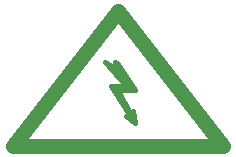
<source format=gbr>
%TF.GenerationSoftware,KiCad,Pcbnew,(5.1.4)-1*%
%TF.CreationDate,2020-09-17T17:05:27-05:00*%
%TF.ProjectId,mAcTX_Quadra_840av,6d416354-585f-4517-9561-6472615f3834,rev?*%
%TF.SameCoordinates,Original*%
%TF.FileFunction,Legend,Bot*%
%TF.FilePolarity,Positive*%
%FSLAX46Y46*%
G04 Gerber Fmt 4.6, Leading zero omitted, Abs format (unit mm)*
G04 Created by KiCad (PCBNEW (5.1.4)-1) date 2020-09-17 17:05:27*
%MOMM*%
%LPD*%
G04 APERTURE LIST*
%ADD10C,0.381000*%
%ADD11C,1.270000*%
G04 APERTURE END LIST*
D10*
%TO.C,REF\002A\002A*%
X87973000Y-96147000D02*
X88100000Y-95639000D01*
X86830000Y-93861000D02*
X87973000Y-96147000D01*
X88227000Y-93861000D02*
X86830000Y-93861000D01*
X86703000Y-91575000D02*
X88227000Y-93861000D01*
X86449000Y-91956000D02*
X86576000Y-91448000D01*
X85687000Y-91448000D02*
X86449000Y-91956000D01*
X87465000Y-93480000D02*
X85687000Y-91448000D01*
X86195000Y-93480000D02*
X87465000Y-93480000D01*
X87973000Y-96274000D02*
X86195000Y-93480000D01*
X87465000Y-96020000D02*
X87973000Y-96274000D01*
X88227000Y-96655000D02*
X87465000Y-96020000D01*
X88100000Y-95639000D02*
X88227000Y-96655000D01*
X87846000Y-93734000D02*
X86576000Y-93734000D01*
X86449000Y-91829000D02*
X87846000Y-93734000D01*
D11*
X95720000Y-98560000D02*
X86830000Y-87130000D01*
X77940000Y-98560000D02*
X95720000Y-98560000D01*
X86830000Y-87130000D02*
X77940000Y-98560000D01*
%TD*%
M02*

</source>
